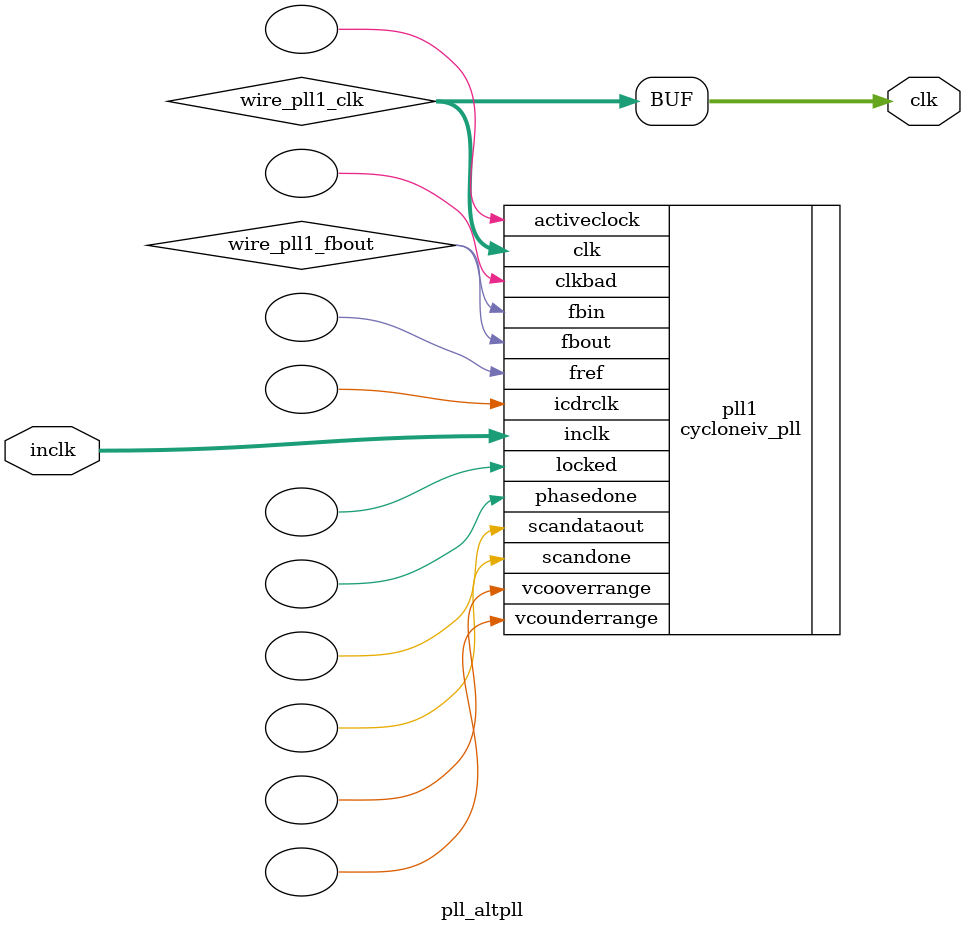
<source format=v>






//synthesis_resources = cycloneiv_pll 1 
//synopsys translate_off
`timescale 1 ps / 1 ps
//synopsys translate_on
module  pll_altpll
	( 
	clk,
	inclk) /* synthesis synthesis_clearbox=1 */;
	output   [4:0]  clk;
	input   [1:0]  inclk;
`ifndef ALTERA_RESERVED_QIS
// synopsys translate_off
`endif
	tri0   [1:0]  inclk;
`ifndef ALTERA_RESERVED_QIS
// synopsys translate_on
`endif

	wire  [4:0]   wire_pll1_clk;
	wire  wire_pll1_fbout;

	cycloneiv_pll   pll1
	( 
	.activeclock(),
	.clk(wire_pll1_clk),
	.clkbad(),
	.fbin(wire_pll1_fbout),
	.fbout(wire_pll1_fbout),
	.fref(),
	.icdrclk(),
	.inclk(inclk),
	.locked(),
	.phasedone(),
	.scandataout(),
	.scandone(),
	.vcooverrange(),
	.vcounderrange()
	`ifndef FORMAL_VERIFICATION
	// synopsys translate_off
	`endif
	,
	.areset(1'b0),
	.clkswitch(1'b0),
	.configupdate(1'b0),
	.pfdena(1'b1),
	.phasecounterselect({3{1'b0}}),
	.phasestep(1'b0),
	.phaseupdown(1'b0),
	.scanclk(1'b0),
	.scanclkena(1'b1),
	.scandata(1'b0)
	`ifndef FORMAL_VERIFICATION
	// synopsys translate_on
	`endif
	);
	defparam
		pll1.bandwidth_type = "auto",
		pll1.clk0_divide_by = 1,
		pll1.clk0_duty_cycle = 50,
		pll1.clk0_multiply_by = 1,
		pll1.clk0_phase_shift = "0",
		pll1.compensate_clock = "clk0",
		pll1.inclk0_input_frequency = 20000,
		pll1.operation_mode = "normal",
		pll1.pll_type = "auto",
		pll1.lpm_type = "cycloneiv_pll";
	assign
		clk = {wire_pll1_clk[4:0]};
endmodule //pll_altpll
//VALID FILE

</source>
